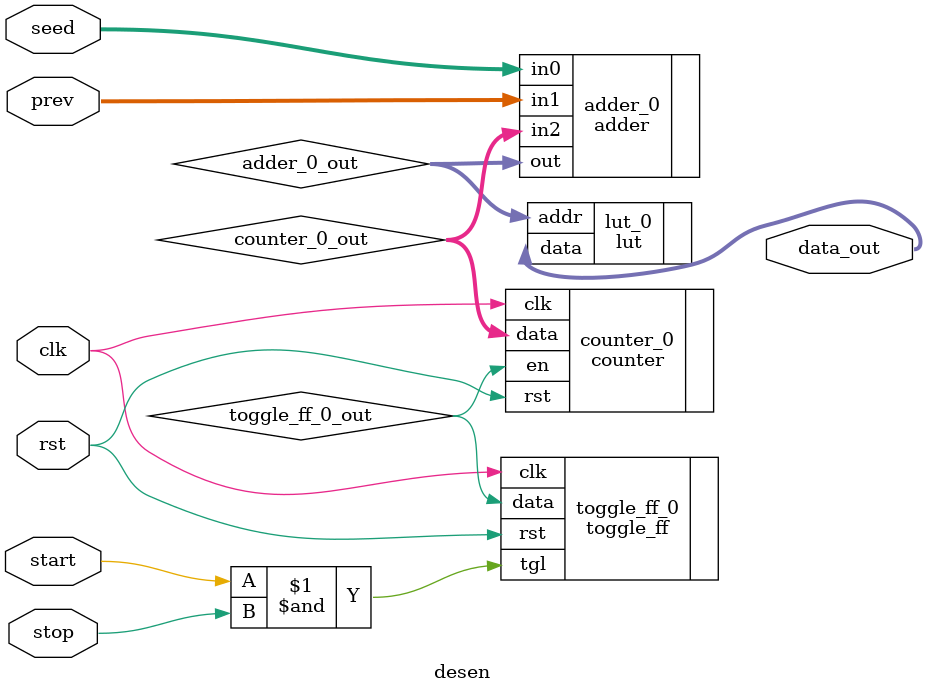
<source format=v>
module desen(
    input start,
    input stop,
    input clk,
    input rst,
    input [11:0] prev,
    input [11:0] seed,
    output [3:0] data_out
    );
    
    wire toggle_ff_0_out;
    
    toggle_ff toggle_ff_0(
        .clk(clk),
        .rst(rst),
        .tgl(start & stop),
        .data(toggle_ff_0_out)
    );
    
    wire [3:0] counter_0_out;
    
    counter counter_0(
        .clk(clk),
        .rst(rst),
        .en(toggle_ff_0_out),
        .data(counter_0_out)
    );
    
      
    wire [3:0] adder_0_out;
      
    adder adder_0(
        .in0(seed),
        .in1(prev),
        . in2(counter_0_out),
        .out(adder_0_out)
    );
    
    lut lut_0(
        .addr(adder_0_out),
        .data(data_out)
        );
    
endmodule

</source>
